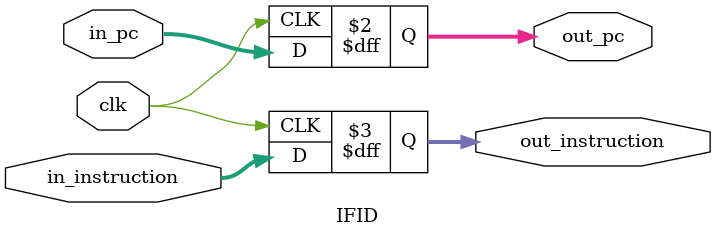
<source format=v>
`timescale 1ns / 1ps


module IFID(clk, in_pc, in_instruction, out_pc, out_instruction);

    //initialize inputs
    input clk;
    input [31:0] in_pc;
    input [31:0] in_instruction;

    //initialize outputs
    output reg [31:0] out_pc;
    output reg [31:0] out_instruction;

    always@(posedge clk)
    begin 
        // inputs to outputs
        out_pc = in_pc;
        out_instruction = in_instruction;
    end
endmodule


</source>
